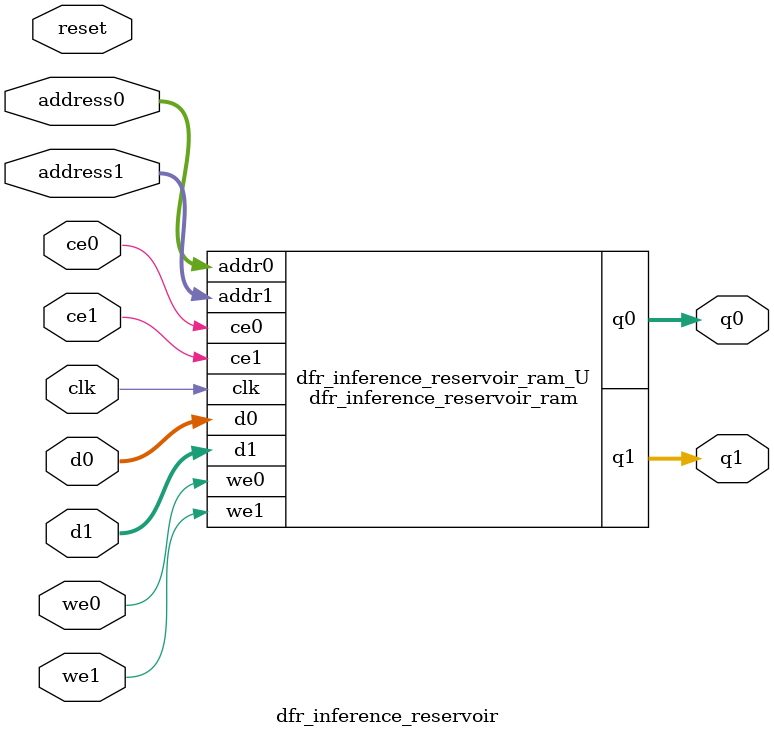
<source format=v>
`timescale 1 ns / 1 ps
module dfr_inference_reservoir_ram (addr0, ce0, d0, we0, q0, addr1, ce1, d1, we1, q1,  clk);

parameter DWIDTH = 16;
parameter AWIDTH = 7;
parameter MEM_SIZE = 100;

input[AWIDTH-1:0] addr0;
input ce0;
input[DWIDTH-1:0] d0;
input we0;
output reg[DWIDTH-1:0] q0;
input[AWIDTH-1:0] addr1;
input ce1;
input[DWIDTH-1:0] d1;
input we1;
output reg[DWIDTH-1:0] q1;
input clk;

reg [DWIDTH-1:0] ram[0:MEM_SIZE-1];




always @(posedge clk)  
begin 
    if (ce0) begin
        if (we0) 
            ram[addr0] <= d0; 
        q0 <= ram[addr0];
    end
end


always @(posedge clk)  
begin 
    if (ce1) begin
        if (we1) 
            ram[addr1] <= d1; 
        q1 <= ram[addr1];
    end
end


endmodule

`timescale 1 ns / 1 ps
module dfr_inference_reservoir(
    reset,
    clk,
    address0,
    ce0,
    we0,
    d0,
    q0,
    address1,
    ce1,
    we1,
    d1,
    q1);

parameter DataWidth = 32'd16;
parameter AddressRange = 32'd100;
parameter AddressWidth = 32'd7;
input reset;
input clk;
input[AddressWidth - 1:0] address0;
input ce0;
input we0;
input[DataWidth - 1:0] d0;
output[DataWidth - 1:0] q0;
input[AddressWidth - 1:0] address1;
input ce1;
input we1;
input[DataWidth - 1:0] d1;
output[DataWidth - 1:0] q1;



dfr_inference_reservoir_ram dfr_inference_reservoir_ram_U(
    .clk( clk ),
    .addr0( address0 ),
    .ce0( ce0 ),
    .we0( we0 ),
    .d0( d0 ),
    .q0( q0 ),
    .addr1( address1 ),
    .ce1( ce1 ),
    .we1( we1 ),
    .d1( d1 ),
    .q1( q1 ));

endmodule


</source>
